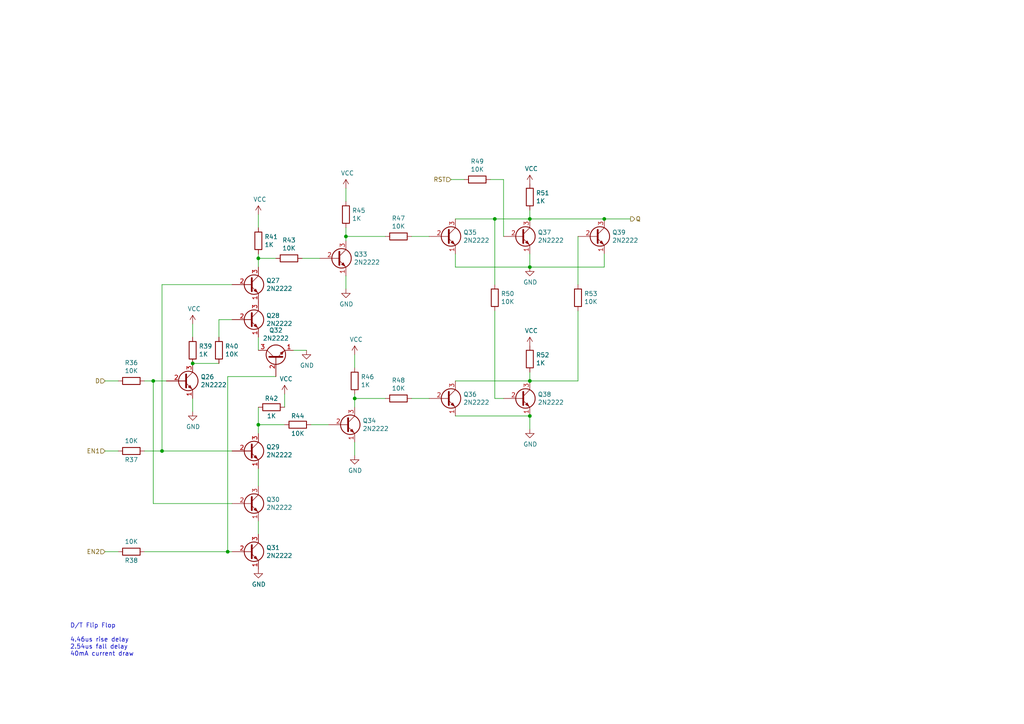
<source format=kicad_sch>
(kicad_sch (version 20230121) (generator eeschema)
  (paper "A4")
  (title_block (title "D Flip Flop") (date "2019-12-24") (rev "1") (comment 4 "Also doubles as a T flip-fop if desired"))
  (lib_symbols
    (symbol "2n2222:2N2222" (pin_names (offset 0) hide)
      (property "Reference" "Q" (at 5.08 1.905 0))
      (property "Value" "2N2222" (at 5.08 0 0))
      (symbol "2N2222_0_1"
        (polyline (pts (xy 0.635 0.635) (xy 2.54 2.54)))
        (polyline (pts (xy 0.635 -0.635) (xy 2.54 -2.54) (xy 2.54 -2.54)))
        (polyline (pts (xy 0.635 1.905) (xy 0.635 -1.905) (xy 0.635 -1.905)) (stroke (width 0.508)))
        (polyline (pts (xy 1.27 -1.778) (xy 1.778 -1.27) (xy 2.286 -2.286) (xy 1.27 -1.778) (xy 1.27 -1.778)) (fill (type outline)))
        (circle (center 1.27 0) (radius 2.8194) (stroke (width 0.254)))
      )
      (symbol "2N2222_1_1"
        (pin passive line (at 2.54 -5.08 90) (length 2.54) (name "E") (number "1"))
        (pin passive line (at -5.08 0 0) (length 5.715) (name "B") (number "2"))
        (pin passive line (at 2.54 5.08 270) (length 2.54) (name "C") (number "3"))
      )
    )
    (symbol "Device:R" (pin_numbers hide) (pin_names (offset 0))
      (property "Reference" "R" (at 2.032 0 90))
      (property "Value" "R" (at 0 0 90))
      (symbol "R_0_1"
        (rectangle (start -1.016 -2.54) (end 1.016 2.54) (stroke (width 0.254)))
      )
      (symbol "R_1_1"
        (pin passive line (at 0 3.81 270) (length 1.27) (name "~") (number "1"))
        (pin passive line (at 0 -3.81 90) (length 1.27) (name "~") (number "2"))
      )
    )
    (symbol "power:GND" (power) (pin_names (offset 0))
      (property "Value" "GND" (at 0 -3.81 0))
      (symbol "GND_0_1"
        (polyline (pts (xy 0 0) (xy 0 -1.27) (xy 1.27 -1.27) (xy 0 -2.54) (xy -1.27 -1.27) (xy 0 -1.27)))
      )
      (symbol "GND_1_1"
        (pin power_in line (at 0 0 270) (length 0) hide (name "GND") (number "1"))
      )
    )
    (symbol "power:VCC" (power) (pin_names (offset 0))
      (property "Value" "VCC" (at 0 3.81 0))
      (symbol "VCC_0_1"
        (polyline (pts (xy -0.762 1.27) (xy 0 2.54)))
        (polyline (pts (xy 0 0) (xy 0 2.54)))
        (polyline (pts (xy 0 2.54) (xy 0.762 1.27)))
      )
      (symbol "VCC_1_1"
        (pin power_in line (at 0 0 90) (length 0) hide (name "VCC") (number "1"))
      )
    )
  )
  (junction (at 66.04 160.02))
  (junction (at 46.99 130.81))
  (junction (at 175.26 63.5))
  (junction (at 153.67 110.49))
  (junction (at 44.45 110.49))
  (junction (at 143.51 63.5))
  (junction (at 74.93 123.19))
  (junction (at 55.88 105.41))
  (junction (at 102.87 115.57))
  (junction (at 74.93 74.93))
  (junction (at 100.33 68.58))
  (junction (at 153.67 63.5))
  (junction (at 153.67 120.65))
  (junction (at 153.67 77.47))
  (wire (pts (xy 63.5 92.71) (xy 67.31 92.71)))
  (wire (pts (xy 44.45 146.05) (xy 67.31 146.05)))
  (wire (pts (xy 153.67 77.47) (xy 175.26 77.47)))
  (wire (pts (xy 100.33 68.58) (xy 100.33 69.85)))
  (wire (pts (xy 132.08 73.66) (xy 132.08 77.47)))
  (wire (pts (xy 146.05 52.07) (xy 146.05 68.58)))
  (wire (pts (xy 153.67 124.46) (xy 153.67 120.65)))
  (wire (pts (xy 74.93 118.11) (xy 74.93 123.19)))
  (wire (pts (xy 119.38 115.57) (xy 124.46 115.57)))
  (wire (pts (xy 74.93 123.19) (xy 74.93 125.73)))
  (wire (pts (xy 66.04 109.22) (xy 80.01 109.22)))
  (wire (pts (xy 74.93 97.79) (xy 74.93 101.6)))
  (wire (pts (xy 102.87 102.87) (xy 102.87 106.68)))
  (wire (pts (xy 74.93 154.94) (xy 74.93 151.13)))
  (wire (pts (xy 74.93 66.04) (xy 74.93 62.23)))
  (wire (pts (xy 82.55 118.11) (xy 82.55 114.3)))
  (wire (pts (xy 153.67 73.66) (xy 153.67 77.47)))
  (wire (pts (xy 44.45 110.49) (xy 44.45 146.05)))
  (wire (pts (xy 143.51 115.57) (xy 146.05 115.57)))
  (wire (pts (xy 63.5 105.41) (xy 55.88 105.41)))
  (wire (pts (xy 82.55 123.19) (xy 74.93 123.19)))
  (wire (pts (xy 74.93 74.93) (xy 74.93 73.66)))
  (wire (pts (xy 142.24 52.07) (xy 146.05 52.07)))
  (wire (pts (xy 90.17 123.19) (xy 95.25 123.19)))
  (wire (pts (xy 74.93 135.89) (xy 74.93 140.97)))
  (wire (pts (xy 46.99 130.81) (xy 67.31 130.81)))
  (wire (pts (xy 132.08 120.65) (xy 153.67 120.65)))
  (wire (pts (xy 111.76 115.57) (xy 102.87 115.57)))
  (wire (pts (xy 44.45 110.49) (xy 48.26 110.49)))
  (wire (pts (xy 132.08 110.49) (xy 153.67 110.49)))
  (wire (pts (xy 167.64 110.49) (xy 167.64 90.17)))
  (wire (pts (xy 46.99 82.55) (xy 46.99 130.81)))
  (wire (pts (xy 100.33 66.04) (xy 100.33 68.58)))
  (wire (pts (xy 153.67 63.5) (xy 153.67 60.96)))
  (wire (pts (xy 66.04 160.02) (xy 67.31 160.02)))
  (wire (pts (xy 100.33 54.61) (xy 100.33 58.42)))
  (wire (pts (xy 34.29 130.81) (xy 30.48 130.81)))
  (wire (pts (xy 102.87 114.3) (xy 102.87 115.57)))
  (wire (pts (xy 111.76 68.58) (xy 100.33 68.58)))
  (wire (pts (xy 153.67 110.49) (xy 153.67 107.95)))
  (wire (pts (xy 167.64 82.55) (xy 167.64 68.58)))
  (wire (pts (xy 80.01 74.93) (xy 74.93 74.93)))
  (wire (pts (xy 55.88 97.79) (xy 55.88 93.98)))
  (wire (pts (xy 30.48 110.49) (xy 34.29 110.49)))
  (wire (pts (xy 132.08 77.47) (xy 153.67 77.47)))
  (wire (pts (xy 30.48 160.02) (xy 34.29 160.02)))
  (wire (pts (xy 41.91 110.49) (xy 44.45 110.49)))
  (wire (pts (xy 143.51 90.17) (xy 143.51 115.57)))
  (wire (pts (xy 153.67 63.5) (xy 143.51 63.5)))
  (wire (pts (xy 143.51 63.5) (xy 143.51 82.55)))
  (wire (pts (xy 87.63 74.93) (xy 92.71 74.93)))
  (wire (pts (xy 74.93 77.47) (xy 74.93 74.93)))
  (wire (pts (xy 100.33 80.01) (xy 100.33 83.82)))
  (wire (pts (xy 102.87 115.57) (xy 102.87 118.11)))
  (wire (pts (xy 46.99 130.81) (xy 41.91 130.81)))
  (wire (pts (xy 102.87 128.27) (xy 102.87 132.08)))
  (wire (pts (xy 175.26 77.47) (xy 175.26 73.66)))
  (wire (pts (xy 153.67 63.5) (xy 175.26 63.5)))
  (wire (pts (xy 175.26 63.5) (xy 182.88 63.5)))
  (wire (pts (xy 41.91 160.02) (xy 66.04 160.02)))
  (wire (pts (xy 153.67 110.49) (xy 167.64 110.49)))
  (wire (pts (xy 85.09 101.6) (xy 88.9 101.6)))
  (wire (pts (xy 63.5 97.79) (xy 63.5 92.71)))
  (wire (pts (xy 130.81 52.07) (xy 134.62 52.07)))
  (wire (pts (xy 55.88 119.38) (xy 55.88 115.57)))
  (wire (pts (xy 46.99 82.55) (xy 67.31 82.55)))
  (wire (pts (xy 119.38 68.58) (xy 124.46 68.58)))
  (wire (pts (xy 143.51 63.5) (xy 132.08 63.5)))
  (wire (pts (xy 66.04 109.22) (xy 66.04 160.02)))
  (text "D/T Flip Flop\n\n4.46us rise delay\n2.54us fall delay\n40mA current draw" (at 20.32 190.5 0) (effects (font (size 1.27 1.27)) (justify left bottom)))
  (hierarchical_label "D" (shape input) (at 30.48 110.49 180))
  (hierarchical_label "EN1" (shape input) (at 30.48 130.81 180))
  (hierarchical_label "Q" (shape output) (at 182.88 63.5 0))
  (hierarchical_label "EN2" (shape input) (at 30.48 160.02 180))
  (hierarchical_label "RST" (shape input) (at 130.81 52.07 180))
  (symbol (lib_id "Device:R") (at 38.1 130.81 270) (unit 1)
    (property "Reference" "R37" (at 38.1 133.35 90))
    (property "Value" "10K" (at 38.1 127.8636 90))
    (property "Footprint" "Resistor_THT:R_Axial_DIN0309_L9.0mm_D3.2mm_P12.70mm_Horizontal" (effects hide))
  )
  (symbol (lib_id "Device:R") (at 38.1 160.02 270) (unit 1)
    (property "Reference" "R38" (at 38.1 162.56 90))
    (property "Value" "10K" (at 38.1 157.0736 90))
    (property "Footprint" "Resistor_THT:R_Axial_DIN0309_L9.0mm_D3.2mm_P12.70mm_Horizontal" (effects hide))
  )
  (symbol (lib_id "2n2222:2N2222") (at 151.13 115.57 0) (unit 1)
    (property "Reference" "Q38" (at 155.956 114.4016 0) (effects (justify left)))
    (property "Value" "2N2222" (at 155.956 116.713 0) (effects (justify left)))
    (property "Footprint" "Package_TO_SOT_THT:TO-92_Inline" (effects hide))
    (property "Datasheet" "https://www.fairchildsemi.com/datasheets/2N/2N3904.pdf" (effects hide))
  )
  (symbol (lib_id "power:GND") (at 153.67 124.46 0) (unit 1)
    (property "Reference" "#PWR065" (effects hide))
    (property "Value" "GND" (at 153.797 128.8542 0))
  )
  (symbol (lib_id "2n2222:2N2222") (at 72.39 82.55 0) (unit 1)
    (property "Reference" "Q27" (at 77.216 81.3816 0) (effects (justify left)))
    (property "Value" "2N2222" (at 77.216 83.693 0) (effects (justify left)))
    (property "Footprint" "Package_TO_SOT_THT:TO-92_Inline" (effects hide))
    (property "Datasheet" "https://www.fairchildsemi.com/datasheets/2N/2N3904.pdf" (effects hide))
  )
  (symbol (lib_id "Device:R") (at 74.93 69.85 0) (unit 1)
    (property "Reference" "R41" (at 76.708 68.6816 0) (effects (justify left)))
    (property "Value" "1K" (at 76.708 70.993 0) (effects (justify left)))
    (property "Footprint" "Resistor_THT:R_Axial_DIN0309_L9.0mm_D3.2mm_P12.70mm_Horizontal" (effects hide))
  )
  (symbol (lib_id "Device:R") (at 100.33 62.23 0) (unit 1)
    (property "Reference" "R45" (at 102.108 61.0616 0) (effects (justify left)))
    (property "Value" "1K" (at 102.108 63.373 0) (effects (justify left)))
    (property "Footprint" "Resistor_THT:R_Axial_DIN0309_L9.0mm_D3.2mm_P12.70mm_Horizontal" (effects hide))
  )
  (symbol (lib_id "power:VCC") (at 100.33 54.61 0) (unit 1)
    (property "Reference" "#PWR058" (effects hide))
    (property "Value" "VCC" (at 100.7618 50.2158 0))
  )
  (symbol (lib_id "2n2222:2N2222") (at 72.39 92.71 0) (unit 1)
    (property "Reference" "Q28" (at 77.216 91.5416 0) (effects (justify left)))
    (property "Value" "2N2222" (at 77.216 93.853 0) (effects (justify left)))
    (property "Footprint" "Package_TO_SOT_THT:TO-92_Inline" (effects hide))
    (property "Datasheet" "https://www.fairchildsemi.com/datasheets/2N/2N3904.pdf" (effects hide))
  )
  (symbol (lib_id "Device:R") (at 55.88 101.6 0) (unit 1)
    (property "Reference" "R39" (at 57.658 100.4316 0) (effects (justify left)))
    (property "Value" "1K" (at 57.658 102.743 0) (effects (justify left)))
    (property "Footprint" "Resistor_THT:R_Axial_DIN0309_L9.0mm_D3.2mm_P12.70mm_Horizontal" (effects hide))
  )
  (symbol (lib_id "power:GND") (at 88.9 101.6 0) (unit 1)
    (property "Reference" "#PWR057" (effects hide))
    (property "Value" "GND" (at 89.027 105.9942 0))
  )
  (symbol (lib_id "2n2222:2N2222") (at 72.39 130.81 0) (unit 1)
    (property "Reference" "Q29" (at 77.216 129.6416 0) (effects (justify left)))
    (property "Value" "2N2222" (at 77.216 131.953 0) (effects (justify left)))
    (property "Footprint" "Package_TO_SOT_THT:TO-92_Inline" (effects hide))
    (property "Datasheet" "https://www.fairchildsemi.com/datasheets/2N/2N3904.pdf" (effects hide))
  )
  (symbol (lib_id "Device:R") (at 78.74 118.11 270) (unit 1)
    (property "Reference" "R42" (at 78.74 115.57 90))
    (property "Value" "1K" (at 78.74 120.65 90))
    (property "Footprint" "Resistor_THT:R_Axial_DIN0309_L9.0mm_D3.2mm_P12.70mm_Horizontal" (effects hide))
  )
  (symbol (lib_id "Device:R") (at 86.36 123.19 270) (unit 1)
    (property "Reference" "R44" (at 86.36 120.65 90))
    (property "Value" "10K" (at 86.36 125.73 90))
    (property "Footprint" "Resistor_THT:R_Axial_DIN0309_L9.0mm_D3.2mm_P12.70mm_Horizontal" (effects hide))
  )
  (symbol (lib_id "power:VCC") (at 82.55 114.3 0) (unit 1)
    (property "Reference" "#PWR056" (effects hide))
    (property "Value" "VCC" (at 82.9818 109.9058 0))
  )
  (symbol (lib_id "2n2222:2N2222") (at 72.39 160.02 0) (unit 1)
    (property "Reference" "Q31" (at 77.216 158.8516 0) (effects (justify left)))
    (property "Value" "2N2222" (at 77.216 161.163 0) (effects (justify left)))
    (property "Footprint" "Package_TO_SOT_THT:TO-92_Inline" (effects hide))
    (property "Datasheet" "https://www.fairchildsemi.com/datasheets/2N/2N3904.pdf" (effects hide))
  )
  (symbol (lib_id "Device:R") (at 115.57 68.58 270) (unit 1)
    (property "Reference" "R47" (at 115.57 63.3222 90))
    (property "Value" "10K" (at 115.57 65.6336 90))
    (property "Footprint" "Resistor_THT:R_Axial_DIN0309_L9.0mm_D3.2mm_P12.70mm_Horizontal" (effects hide))
  )
  (symbol (lib_id "Device:R") (at 115.57 115.57 270) (unit 1)
    (property "Reference" "R48" (at 115.57 110.3122 90))
    (property "Value" "10K" (at 115.57 112.6236 90))
    (property "Footprint" "Resistor_THT:R_Axial_DIN0309_L9.0mm_D3.2mm_P12.70mm_Horizontal" (effects hide))
  )
  (symbol (lib_id "power:GND") (at 153.67 77.47 0) (unit 1)
    (property "Reference" "#PWR063" (effects hide))
    (property "Value" "GND" (at 153.797 81.8642 0))
  )
  (symbol (lib_id "Device:R") (at 153.67 57.15 180) (unit 1)
    (property "Reference" "R51" (at 155.448 55.9816 0) (effects (justify right)))
    (property "Value" "1K" (at 155.448 58.293 0) (effects (justify right)))
    (property "Footprint" "Resistor_THT:R_Axial_DIN0309_L9.0mm_D3.2mm_P12.70mm_Horizontal" (effects hide))
  )
  (symbol (lib_id "power:VCC") (at 153.67 53.34 0) (unit 1)
    (property "Reference" "#PWR062" (effects hide))
    (property "Value" "VCC" (at 154.1018 48.9458 0))
  )
  (symbol (lib_id "Device:R") (at 167.64 86.36 0) (unit 1)
    (property "Reference" "R53" (at 169.418 85.1916 0) (effects (justify left)))
    (property "Value" "10K" (at 169.418 87.503 0) (effects (justify left)))
    (property "Footprint" "Resistor_THT:R_Axial_DIN0309_L9.0mm_D3.2mm_P12.70mm_Horizontal" (effects hide))
  )
  (symbol (lib_id "Device:R") (at 63.5 101.6 0) (unit 1)
    (property "Reference" "R40" (at 65.278 100.4316 0) (effects (justify left)))
    (property "Value" "10K" (at 65.278 102.743 0) (effects (justify left)))
    (property "Footprint" "Resistor_THT:R_Axial_DIN0309_L9.0mm_D3.2mm_P12.70mm_Horizontal" (effects hide))
  )
  (symbol (lib_id "2n2222:2N2222") (at 53.34 110.49 0) (unit 1)
    (property "Reference" "Q26" (at 58.166 109.3216 0) (effects (justify left)))
    (property "Value" "2N2222" (at 58.166 111.633 0) (effects (justify left)))
    (property "Footprint" "Package_TO_SOT_THT:TO-92_Inline" (effects hide))
    (property "Datasheet" "https://www.fairchildsemi.com/datasheets/2N/2N3904.pdf" (effects hide))
  )
  (symbol (lib_id "Device:R") (at 38.1 110.49 270) (unit 1)
    (property "Reference" "R36" (at 38.1 105.2322 90))
    (property "Value" "10K" (at 38.1 107.5436 90))
    (property "Footprint" "Resistor_THT:R_Axial_DIN0309_L9.0mm_D3.2mm_P12.70mm_Horizontal" (effects hide))
  )
  (symbol (lib_id "2n2222:2N2222") (at 80.01 104.14 90) (unit 1)
    (property "Reference" "Q32" (at 80.01 95.8088 90))
    (property "Value" "2N2222" (at 80.01 98.1202 90))
    (property "Footprint" "Package_TO_SOT_THT:TO-92_Inline" (effects hide))
    (property "Datasheet" "https://www.fairchildsemi.com/datasheets/2N/2N3904.pdf" (effects hide))
  )
  (symbol (lib_id "power:VCC") (at 55.88 93.98 0) (unit 1)
    (property "Reference" "#PWR052" (effects hide))
    (property "Value" "VCC" (at 56.3118 89.5858 0))
  )
  (symbol (lib_id "power:GND") (at 74.93 165.1 0) (unit 1)
    (property "Reference" "#PWR055" (effects hide))
    (property "Value" "GND" (at 75.057 169.4942 0))
  )
  (symbol (lib_id "2n2222:2N2222") (at 100.33 123.19 0) (unit 1)
    (property "Reference" "Q34" (at 105.156 122.0216 0) (effects (justify left)))
    (property "Value" "2N2222" (at 105.156 124.333 0) (effects (justify left)))
    (property "Footprint" "Package_TO_SOT_THT:TO-92_Inline" (effects hide))
    (property "Datasheet" "https://www.fairchildsemi.com/datasheets/2N/2N3904.pdf" (effects hide))
  )
  (symbol (lib_id "Device:R") (at 102.87 110.49 0) (unit 1)
    (property "Reference" "R46" (at 104.648 109.3216 0) (effects (justify left)))
    (property "Value" "1K" (at 104.648 111.633 0) (effects (justify left)))
    (property "Footprint" "Resistor_THT:R_Axial_DIN0309_L9.0mm_D3.2mm_P12.70mm_Horizontal" (effects hide))
  )
  (symbol (lib_id "power:VCC") (at 102.87 102.87 0) (unit 1)
    (property "Reference" "#PWR060" (effects hide))
    (property "Value" "VCC" (at 103.3018 98.4758 0))
  )
  (symbol (lib_id "2n2222:2N2222") (at 129.54 68.58 0) (unit 1)
    (property "Reference" "Q35" (at 134.366 67.4116 0) (effects (justify left)))
    (property "Value" "2N2222" (at 134.366 69.723 0) (effects (justify left)))
    (property "Footprint" "Package_TO_SOT_THT:TO-92_Inline" (effects hide))
    (property "Datasheet" "https://www.fairchildsemi.com/datasheets/2N/2N3904.pdf" (effects hide))
  )
  (symbol (lib_id "2n2222:2N2222") (at 151.13 68.58 0) (unit 1)
    (property "Reference" "Q37" (at 155.956 67.4116 0) (effects (justify left)))
    (property "Value" "2N2222" (at 155.956 69.723 0) (effects (justify left)))
    (property "Footprint" "Package_TO_SOT_THT:TO-92_Inline" (effects hide))
    (property "Datasheet" "https://www.fairchildsemi.com/datasheets/2N/2N3904.pdf" (effects hide))
  )
  (symbol (lib_id "2n2222:2N2222") (at 172.72 68.58 0) (unit 1)
    (property "Reference" "Q39" (at 177.546 67.4116 0) (effects (justify left)))
    (property "Value" "2N2222" (at 177.546 69.723 0) (effects (justify left)))
    (property "Footprint" "Package_TO_SOT_THT:TO-92_Inline" (effects hide))
    (property "Datasheet" "https://www.fairchildsemi.com/datasheets/2N/2N3904.pdf" (effects hide))
  )
  (symbol (lib_id "Device:R") (at 138.43 52.07 270) (unit 1)
    (property "Reference" "R49" (at 138.43 46.8122 90))
    (property "Value" "10K" (at 138.43 49.1236 90))
    (property "Footprint" "Resistor_THT:R_Axial_DIN0309_L9.0mm_D3.2mm_P12.70mm_Horizontal" (effects hide))
  )
  (symbol (lib_id "2n2222:2N2222") (at 129.54 115.57 0) (unit 1)
    (property "Reference" "Q36" (at 134.366 114.4016 0) (effects (justify left)))
    (property "Value" "2N2222" (at 134.366 116.713 0) (effects (justify left)))
    (property "Footprint" "Package_TO_SOT_THT:TO-92_Inline" (effects hide))
    (property "Datasheet" "https://www.fairchildsemi.com/datasheets/2N/2N3904.pdf" (effects hide))
  )
  (symbol (lib_id "Device:R") (at 153.67 104.14 0) (unit 1)
    (property "Reference" "R52" (at 155.448 102.9716 0) (effects (justify left)))
    (property "Value" "1K" (at 155.448 105.283 0) (effects (justify left)))
    (property "Footprint" "Resistor_THT:R_Axial_DIN0309_L9.0mm_D3.2mm_P12.70mm_Horizontal" (effects hide))
  )
  (symbol (lib_id "power:VCC") (at 153.67 100.33 0) (unit 1)
    (property "Reference" "#PWR064" (effects hide))
    (property "Value" "VCC" (at 154.1018 95.9358 0))
  )
  (symbol (lib_id "Device:R") (at 143.51 86.36 0) (unit 1)
    (property "Reference" "R50" (at 145.288 85.1916 0) (effects (justify left)))
    (property "Value" "10K" (at 145.288 87.503 0) (effects (justify left)))
    (property "Footprint" "Resistor_THT:R_Axial_DIN0309_L9.0mm_D3.2mm_P12.70mm_Horizontal" (effects hide))
  )
  (symbol (lib_id "power:VCC") (at 74.93 62.23 0) (unit 1)
    (property "Reference" "#PWR054" (effects hide))
    (property "Value" "VCC" (at 75.3618 57.8358 0))
  )
  (symbol (lib_id "Device:R") (at 83.82 74.93 270) (unit 1)
    (property "Reference" "R43" (at 83.82 69.6722 90))
    (property "Value" "10K" (at 83.82 71.9836 90))
    (property "Footprint" "Resistor_THT:R_Axial_DIN0309_L9.0mm_D3.2mm_P12.70mm_Horizontal" (effects hide))
  )
  (symbol (lib_id "2n2222:2N2222") (at 97.79 74.93 0) (unit 1)
    (property "Reference" "Q33" (at 102.616 73.7616 0) (effects (justify left)))
    (property "Value" "2N2222" (at 102.616 76.073 0) (effects (justify left)))
    (property "Footprint" "Package_TO_SOT_THT:TO-92_Inline" (effects hide))
    (property "Datasheet" "https://www.fairchildsemi.com/datasheets/2N/2N3904.pdf" (effects hide))
  )
  (symbol (lib_id "power:GND") (at 100.33 83.82 0) (unit 1)
    (property "Reference" "#PWR059" (effects hide))
    (property "Value" "GND" (at 100.457 88.2142 0))
  )
  (symbol (lib_id "power:GND") (at 55.88 119.38 0) (unit 1)
    (property "Reference" "#PWR053" (effects hide))
    (property "Value" "GND" (at 56.007 123.7742 0))
  )
  (symbol (lib_id "2n2222:2N2222") (at 72.39 146.05 0) (unit 1)
    (property "Reference" "Q30" (at 77.216 144.8816 0) (effects (justify left)))
    (property "Value" "2N2222" (at 77.216 147.193 0) (effects (justify left)))
    (property "Footprint" "Package_TO_SOT_THT:TO-92_Inline" (effects hide))
    (property "Datasheet" "https://www.fairchildsemi.com/datasheets/2N/2N3904.pdf" (effects hide))
  )
  (symbol (lib_id "power:GND") (at 102.87 132.08 0) (unit 1)
    (property "Reference" "#PWR061" (effects hide))
    (property "Value" "GND" (at 102.997 136.4742 0))
  )
)
</source>
